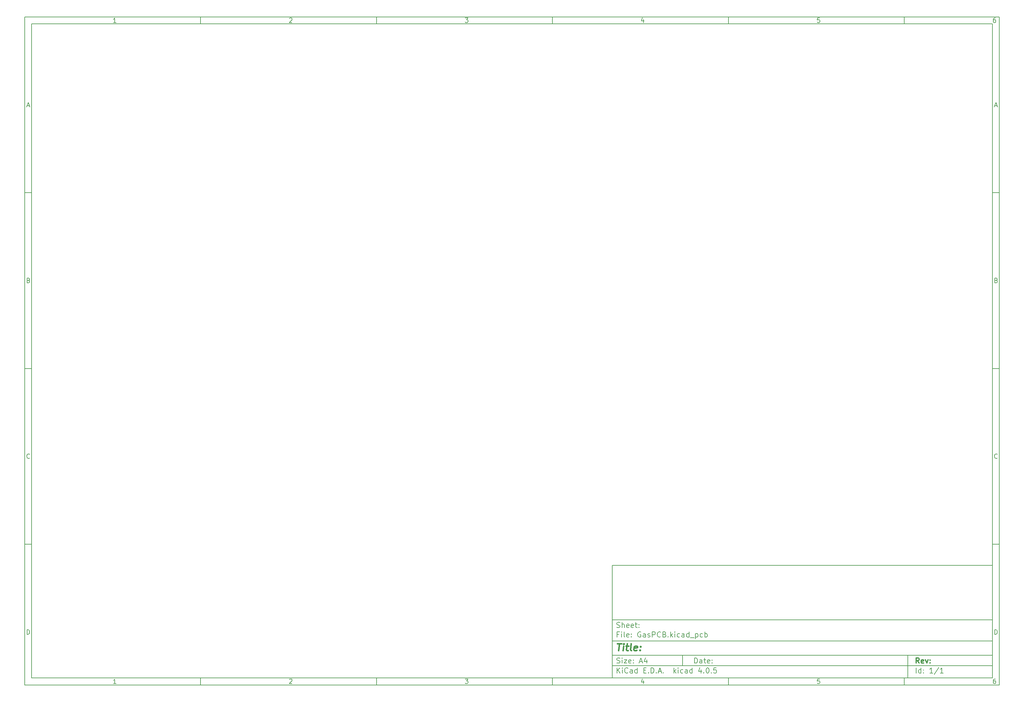
<source format=gbr>
G04 #@! TF.FileFunction,Legend,Bot*
%FSLAX46Y46*%
G04 Gerber Fmt 4.6, Leading zero omitted, Abs format (unit mm)*
G04 Created by KiCad (PCBNEW 4.0.5) date 02/28/17 22:53:05*
%MOMM*%
%LPD*%
G01*
G04 APERTURE LIST*
%ADD10C,0.100000*%
%ADD11C,0.150000*%
%ADD12C,0.300000*%
%ADD13C,0.400000*%
G04 APERTURE END LIST*
D10*
D11*
X177002200Y-166007200D02*
X177002200Y-198007200D01*
X285002200Y-198007200D01*
X285002200Y-166007200D01*
X177002200Y-166007200D01*
D10*
D11*
X10000000Y-10000000D02*
X10000000Y-200007200D01*
X287002200Y-200007200D01*
X287002200Y-10000000D01*
X10000000Y-10000000D01*
D10*
D11*
X12000000Y-12000000D02*
X12000000Y-198007200D01*
X285002200Y-198007200D01*
X285002200Y-12000000D01*
X12000000Y-12000000D01*
D10*
D11*
X60000000Y-12000000D02*
X60000000Y-10000000D01*
D10*
D11*
X110000000Y-12000000D02*
X110000000Y-10000000D01*
D10*
D11*
X160000000Y-12000000D02*
X160000000Y-10000000D01*
D10*
D11*
X210000000Y-12000000D02*
X210000000Y-10000000D01*
D10*
D11*
X260000000Y-12000000D02*
X260000000Y-10000000D01*
D10*
D11*
X35990476Y-11588095D02*
X35247619Y-11588095D01*
X35619048Y-11588095D02*
X35619048Y-10288095D01*
X35495238Y-10473810D01*
X35371429Y-10597619D01*
X35247619Y-10659524D01*
D10*
D11*
X85247619Y-10411905D02*
X85309524Y-10350000D01*
X85433333Y-10288095D01*
X85742857Y-10288095D01*
X85866667Y-10350000D01*
X85928571Y-10411905D01*
X85990476Y-10535714D01*
X85990476Y-10659524D01*
X85928571Y-10845238D01*
X85185714Y-11588095D01*
X85990476Y-11588095D01*
D10*
D11*
X135185714Y-10288095D02*
X135990476Y-10288095D01*
X135557143Y-10783333D01*
X135742857Y-10783333D01*
X135866667Y-10845238D01*
X135928571Y-10907143D01*
X135990476Y-11030952D01*
X135990476Y-11340476D01*
X135928571Y-11464286D01*
X135866667Y-11526190D01*
X135742857Y-11588095D01*
X135371429Y-11588095D01*
X135247619Y-11526190D01*
X135185714Y-11464286D01*
D10*
D11*
X185866667Y-10721429D02*
X185866667Y-11588095D01*
X185557143Y-10226190D02*
X185247619Y-11154762D01*
X186052381Y-11154762D01*
D10*
D11*
X235928571Y-10288095D02*
X235309524Y-10288095D01*
X235247619Y-10907143D01*
X235309524Y-10845238D01*
X235433333Y-10783333D01*
X235742857Y-10783333D01*
X235866667Y-10845238D01*
X235928571Y-10907143D01*
X235990476Y-11030952D01*
X235990476Y-11340476D01*
X235928571Y-11464286D01*
X235866667Y-11526190D01*
X235742857Y-11588095D01*
X235433333Y-11588095D01*
X235309524Y-11526190D01*
X235247619Y-11464286D01*
D10*
D11*
X285866667Y-10288095D02*
X285619048Y-10288095D01*
X285495238Y-10350000D01*
X285433333Y-10411905D01*
X285309524Y-10597619D01*
X285247619Y-10845238D01*
X285247619Y-11340476D01*
X285309524Y-11464286D01*
X285371429Y-11526190D01*
X285495238Y-11588095D01*
X285742857Y-11588095D01*
X285866667Y-11526190D01*
X285928571Y-11464286D01*
X285990476Y-11340476D01*
X285990476Y-11030952D01*
X285928571Y-10907143D01*
X285866667Y-10845238D01*
X285742857Y-10783333D01*
X285495238Y-10783333D01*
X285371429Y-10845238D01*
X285309524Y-10907143D01*
X285247619Y-11030952D01*
D10*
D11*
X60000000Y-198007200D02*
X60000000Y-200007200D01*
D10*
D11*
X110000000Y-198007200D02*
X110000000Y-200007200D01*
D10*
D11*
X160000000Y-198007200D02*
X160000000Y-200007200D01*
D10*
D11*
X210000000Y-198007200D02*
X210000000Y-200007200D01*
D10*
D11*
X260000000Y-198007200D02*
X260000000Y-200007200D01*
D10*
D11*
X35990476Y-199595295D02*
X35247619Y-199595295D01*
X35619048Y-199595295D02*
X35619048Y-198295295D01*
X35495238Y-198481010D01*
X35371429Y-198604819D01*
X35247619Y-198666724D01*
D10*
D11*
X85247619Y-198419105D02*
X85309524Y-198357200D01*
X85433333Y-198295295D01*
X85742857Y-198295295D01*
X85866667Y-198357200D01*
X85928571Y-198419105D01*
X85990476Y-198542914D01*
X85990476Y-198666724D01*
X85928571Y-198852438D01*
X85185714Y-199595295D01*
X85990476Y-199595295D01*
D10*
D11*
X135185714Y-198295295D02*
X135990476Y-198295295D01*
X135557143Y-198790533D01*
X135742857Y-198790533D01*
X135866667Y-198852438D01*
X135928571Y-198914343D01*
X135990476Y-199038152D01*
X135990476Y-199347676D01*
X135928571Y-199471486D01*
X135866667Y-199533390D01*
X135742857Y-199595295D01*
X135371429Y-199595295D01*
X135247619Y-199533390D01*
X135185714Y-199471486D01*
D10*
D11*
X185866667Y-198728629D02*
X185866667Y-199595295D01*
X185557143Y-198233390D02*
X185247619Y-199161962D01*
X186052381Y-199161962D01*
D10*
D11*
X235928571Y-198295295D02*
X235309524Y-198295295D01*
X235247619Y-198914343D01*
X235309524Y-198852438D01*
X235433333Y-198790533D01*
X235742857Y-198790533D01*
X235866667Y-198852438D01*
X235928571Y-198914343D01*
X235990476Y-199038152D01*
X235990476Y-199347676D01*
X235928571Y-199471486D01*
X235866667Y-199533390D01*
X235742857Y-199595295D01*
X235433333Y-199595295D01*
X235309524Y-199533390D01*
X235247619Y-199471486D01*
D10*
D11*
X285866667Y-198295295D02*
X285619048Y-198295295D01*
X285495238Y-198357200D01*
X285433333Y-198419105D01*
X285309524Y-198604819D01*
X285247619Y-198852438D01*
X285247619Y-199347676D01*
X285309524Y-199471486D01*
X285371429Y-199533390D01*
X285495238Y-199595295D01*
X285742857Y-199595295D01*
X285866667Y-199533390D01*
X285928571Y-199471486D01*
X285990476Y-199347676D01*
X285990476Y-199038152D01*
X285928571Y-198914343D01*
X285866667Y-198852438D01*
X285742857Y-198790533D01*
X285495238Y-198790533D01*
X285371429Y-198852438D01*
X285309524Y-198914343D01*
X285247619Y-199038152D01*
D10*
D11*
X10000000Y-60000000D02*
X12000000Y-60000000D01*
D10*
D11*
X10000000Y-110000000D02*
X12000000Y-110000000D01*
D10*
D11*
X10000000Y-160000000D02*
X12000000Y-160000000D01*
D10*
D11*
X10690476Y-35216667D02*
X11309524Y-35216667D01*
X10566667Y-35588095D02*
X11000000Y-34288095D01*
X11433333Y-35588095D01*
D10*
D11*
X11092857Y-84907143D02*
X11278571Y-84969048D01*
X11340476Y-85030952D01*
X11402381Y-85154762D01*
X11402381Y-85340476D01*
X11340476Y-85464286D01*
X11278571Y-85526190D01*
X11154762Y-85588095D01*
X10659524Y-85588095D01*
X10659524Y-84288095D01*
X11092857Y-84288095D01*
X11216667Y-84350000D01*
X11278571Y-84411905D01*
X11340476Y-84535714D01*
X11340476Y-84659524D01*
X11278571Y-84783333D01*
X11216667Y-84845238D01*
X11092857Y-84907143D01*
X10659524Y-84907143D01*
D10*
D11*
X11402381Y-135464286D02*
X11340476Y-135526190D01*
X11154762Y-135588095D01*
X11030952Y-135588095D01*
X10845238Y-135526190D01*
X10721429Y-135402381D01*
X10659524Y-135278571D01*
X10597619Y-135030952D01*
X10597619Y-134845238D01*
X10659524Y-134597619D01*
X10721429Y-134473810D01*
X10845238Y-134350000D01*
X11030952Y-134288095D01*
X11154762Y-134288095D01*
X11340476Y-134350000D01*
X11402381Y-134411905D01*
D10*
D11*
X10659524Y-185588095D02*
X10659524Y-184288095D01*
X10969048Y-184288095D01*
X11154762Y-184350000D01*
X11278571Y-184473810D01*
X11340476Y-184597619D01*
X11402381Y-184845238D01*
X11402381Y-185030952D01*
X11340476Y-185278571D01*
X11278571Y-185402381D01*
X11154762Y-185526190D01*
X10969048Y-185588095D01*
X10659524Y-185588095D01*
D10*
D11*
X287002200Y-60000000D02*
X285002200Y-60000000D01*
D10*
D11*
X287002200Y-110000000D02*
X285002200Y-110000000D01*
D10*
D11*
X287002200Y-160000000D02*
X285002200Y-160000000D01*
D10*
D11*
X285692676Y-35216667D02*
X286311724Y-35216667D01*
X285568867Y-35588095D02*
X286002200Y-34288095D01*
X286435533Y-35588095D01*
D10*
D11*
X286095057Y-84907143D02*
X286280771Y-84969048D01*
X286342676Y-85030952D01*
X286404581Y-85154762D01*
X286404581Y-85340476D01*
X286342676Y-85464286D01*
X286280771Y-85526190D01*
X286156962Y-85588095D01*
X285661724Y-85588095D01*
X285661724Y-84288095D01*
X286095057Y-84288095D01*
X286218867Y-84350000D01*
X286280771Y-84411905D01*
X286342676Y-84535714D01*
X286342676Y-84659524D01*
X286280771Y-84783333D01*
X286218867Y-84845238D01*
X286095057Y-84907143D01*
X285661724Y-84907143D01*
D10*
D11*
X286404581Y-135464286D02*
X286342676Y-135526190D01*
X286156962Y-135588095D01*
X286033152Y-135588095D01*
X285847438Y-135526190D01*
X285723629Y-135402381D01*
X285661724Y-135278571D01*
X285599819Y-135030952D01*
X285599819Y-134845238D01*
X285661724Y-134597619D01*
X285723629Y-134473810D01*
X285847438Y-134350000D01*
X286033152Y-134288095D01*
X286156962Y-134288095D01*
X286342676Y-134350000D01*
X286404581Y-134411905D01*
D10*
D11*
X285661724Y-185588095D02*
X285661724Y-184288095D01*
X285971248Y-184288095D01*
X286156962Y-184350000D01*
X286280771Y-184473810D01*
X286342676Y-184597619D01*
X286404581Y-184845238D01*
X286404581Y-185030952D01*
X286342676Y-185278571D01*
X286280771Y-185402381D01*
X286156962Y-185526190D01*
X285971248Y-185588095D01*
X285661724Y-185588095D01*
D10*
D11*
X200359343Y-193785771D02*
X200359343Y-192285771D01*
X200716486Y-192285771D01*
X200930771Y-192357200D01*
X201073629Y-192500057D01*
X201145057Y-192642914D01*
X201216486Y-192928629D01*
X201216486Y-193142914D01*
X201145057Y-193428629D01*
X201073629Y-193571486D01*
X200930771Y-193714343D01*
X200716486Y-193785771D01*
X200359343Y-193785771D01*
X202502200Y-193785771D02*
X202502200Y-193000057D01*
X202430771Y-192857200D01*
X202287914Y-192785771D01*
X202002200Y-192785771D01*
X201859343Y-192857200D01*
X202502200Y-193714343D02*
X202359343Y-193785771D01*
X202002200Y-193785771D01*
X201859343Y-193714343D01*
X201787914Y-193571486D01*
X201787914Y-193428629D01*
X201859343Y-193285771D01*
X202002200Y-193214343D01*
X202359343Y-193214343D01*
X202502200Y-193142914D01*
X203002200Y-192785771D02*
X203573629Y-192785771D01*
X203216486Y-192285771D02*
X203216486Y-193571486D01*
X203287914Y-193714343D01*
X203430772Y-193785771D01*
X203573629Y-193785771D01*
X204645057Y-193714343D02*
X204502200Y-193785771D01*
X204216486Y-193785771D01*
X204073629Y-193714343D01*
X204002200Y-193571486D01*
X204002200Y-193000057D01*
X204073629Y-192857200D01*
X204216486Y-192785771D01*
X204502200Y-192785771D01*
X204645057Y-192857200D01*
X204716486Y-193000057D01*
X204716486Y-193142914D01*
X204002200Y-193285771D01*
X205359343Y-193642914D02*
X205430771Y-193714343D01*
X205359343Y-193785771D01*
X205287914Y-193714343D01*
X205359343Y-193642914D01*
X205359343Y-193785771D01*
X205359343Y-192857200D02*
X205430771Y-192928629D01*
X205359343Y-193000057D01*
X205287914Y-192928629D01*
X205359343Y-192857200D01*
X205359343Y-193000057D01*
D10*
D11*
X177002200Y-194507200D02*
X285002200Y-194507200D01*
D10*
D11*
X178359343Y-196585771D02*
X178359343Y-195085771D01*
X179216486Y-196585771D02*
X178573629Y-195728629D01*
X179216486Y-195085771D02*
X178359343Y-195942914D01*
X179859343Y-196585771D02*
X179859343Y-195585771D01*
X179859343Y-195085771D02*
X179787914Y-195157200D01*
X179859343Y-195228629D01*
X179930771Y-195157200D01*
X179859343Y-195085771D01*
X179859343Y-195228629D01*
X181430772Y-196442914D02*
X181359343Y-196514343D01*
X181145057Y-196585771D01*
X181002200Y-196585771D01*
X180787915Y-196514343D01*
X180645057Y-196371486D01*
X180573629Y-196228629D01*
X180502200Y-195942914D01*
X180502200Y-195728629D01*
X180573629Y-195442914D01*
X180645057Y-195300057D01*
X180787915Y-195157200D01*
X181002200Y-195085771D01*
X181145057Y-195085771D01*
X181359343Y-195157200D01*
X181430772Y-195228629D01*
X182716486Y-196585771D02*
X182716486Y-195800057D01*
X182645057Y-195657200D01*
X182502200Y-195585771D01*
X182216486Y-195585771D01*
X182073629Y-195657200D01*
X182716486Y-196514343D02*
X182573629Y-196585771D01*
X182216486Y-196585771D01*
X182073629Y-196514343D01*
X182002200Y-196371486D01*
X182002200Y-196228629D01*
X182073629Y-196085771D01*
X182216486Y-196014343D01*
X182573629Y-196014343D01*
X182716486Y-195942914D01*
X184073629Y-196585771D02*
X184073629Y-195085771D01*
X184073629Y-196514343D02*
X183930772Y-196585771D01*
X183645058Y-196585771D01*
X183502200Y-196514343D01*
X183430772Y-196442914D01*
X183359343Y-196300057D01*
X183359343Y-195871486D01*
X183430772Y-195728629D01*
X183502200Y-195657200D01*
X183645058Y-195585771D01*
X183930772Y-195585771D01*
X184073629Y-195657200D01*
X185930772Y-195800057D02*
X186430772Y-195800057D01*
X186645058Y-196585771D02*
X185930772Y-196585771D01*
X185930772Y-195085771D01*
X186645058Y-195085771D01*
X187287915Y-196442914D02*
X187359343Y-196514343D01*
X187287915Y-196585771D01*
X187216486Y-196514343D01*
X187287915Y-196442914D01*
X187287915Y-196585771D01*
X188002201Y-196585771D02*
X188002201Y-195085771D01*
X188359344Y-195085771D01*
X188573629Y-195157200D01*
X188716487Y-195300057D01*
X188787915Y-195442914D01*
X188859344Y-195728629D01*
X188859344Y-195942914D01*
X188787915Y-196228629D01*
X188716487Y-196371486D01*
X188573629Y-196514343D01*
X188359344Y-196585771D01*
X188002201Y-196585771D01*
X189502201Y-196442914D02*
X189573629Y-196514343D01*
X189502201Y-196585771D01*
X189430772Y-196514343D01*
X189502201Y-196442914D01*
X189502201Y-196585771D01*
X190145058Y-196157200D02*
X190859344Y-196157200D01*
X190002201Y-196585771D02*
X190502201Y-195085771D01*
X191002201Y-196585771D01*
X191502201Y-196442914D02*
X191573629Y-196514343D01*
X191502201Y-196585771D01*
X191430772Y-196514343D01*
X191502201Y-196442914D01*
X191502201Y-196585771D01*
X194502201Y-196585771D02*
X194502201Y-195085771D01*
X194645058Y-196014343D02*
X195073629Y-196585771D01*
X195073629Y-195585771D02*
X194502201Y-196157200D01*
X195716487Y-196585771D02*
X195716487Y-195585771D01*
X195716487Y-195085771D02*
X195645058Y-195157200D01*
X195716487Y-195228629D01*
X195787915Y-195157200D01*
X195716487Y-195085771D01*
X195716487Y-195228629D01*
X197073630Y-196514343D02*
X196930773Y-196585771D01*
X196645059Y-196585771D01*
X196502201Y-196514343D01*
X196430773Y-196442914D01*
X196359344Y-196300057D01*
X196359344Y-195871486D01*
X196430773Y-195728629D01*
X196502201Y-195657200D01*
X196645059Y-195585771D01*
X196930773Y-195585771D01*
X197073630Y-195657200D01*
X198359344Y-196585771D02*
X198359344Y-195800057D01*
X198287915Y-195657200D01*
X198145058Y-195585771D01*
X197859344Y-195585771D01*
X197716487Y-195657200D01*
X198359344Y-196514343D02*
X198216487Y-196585771D01*
X197859344Y-196585771D01*
X197716487Y-196514343D01*
X197645058Y-196371486D01*
X197645058Y-196228629D01*
X197716487Y-196085771D01*
X197859344Y-196014343D01*
X198216487Y-196014343D01*
X198359344Y-195942914D01*
X199716487Y-196585771D02*
X199716487Y-195085771D01*
X199716487Y-196514343D02*
X199573630Y-196585771D01*
X199287916Y-196585771D01*
X199145058Y-196514343D01*
X199073630Y-196442914D01*
X199002201Y-196300057D01*
X199002201Y-195871486D01*
X199073630Y-195728629D01*
X199145058Y-195657200D01*
X199287916Y-195585771D01*
X199573630Y-195585771D01*
X199716487Y-195657200D01*
X202216487Y-195585771D02*
X202216487Y-196585771D01*
X201859344Y-195014343D02*
X201502201Y-196085771D01*
X202430773Y-196085771D01*
X203002201Y-196442914D02*
X203073629Y-196514343D01*
X203002201Y-196585771D01*
X202930772Y-196514343D01*
X203002201Y-196442914D01*
X203002201Y-196585771D01*
X204002201Y-195085771D02*
X204145058Y-195085771D01*
X204287915Y-195157200D01*
X204359344Y-195228629D01*
X204430773Y-195371486D01*
X204502201Y-195657200D01*
X204502201Y-196014343D01*
X204430773Y-196300057D01*
X204359344Y-196442914D01*
X204287915Y-196514343D01*
X204145058Y-196585771D01*
X204002201Y-196585771D01*
X203859344Y-196514343D01*
X203787915Y-196442914D01*
X203716487Y-196300057D01*
X203645058Y-196014343D01*
X203645058Y-195657200D01*
X203716487Y-195371486D01*
X203787915Y-195228629D01*
X203859344Y-195157200D01*
X204002201Y-195085771D01*
X205145058Y-196442914D02*
X205216486Y-196514343D01*
X205145058Y-196585771D01*
X205073629Y-196514343D01*
X205145058Y-196442914D01*
X205145058Y-196585771D01*
X206573630Y-195085771D02*
X205859344Y-195085771D01*
X205787915Y-195800057D01*
X205859344Y-195728629D01*
X206002201Y-195657200D01*
X206359344Y-195657200D01*
X206502201Y-195728629D01*
X206573630Y-195800057D01*
X206645058Y-195942914D01*
X206645058Y-196300057D01*
X206573630Y-196442914D01*
X206502201Y-196514343D01*
X206359344Y-196585771D01*
X206002201Y-196585771D01*
X205859344Y-196514343D01*
X205787915Y-196442914D01*
D10*
D11*
X177002200Y-191507200D02*
X285002200Y-191507200D01*
D10*
D12*
X264216486Y-193785771D02*
X263716486Y-193071486D01*
X263359343Y-193785771D02*
X263359343Y-192285771D01*
X263930771Y-192285771D01*
X264073629Y-192357200D01*
X264145057Y-192428629D01*
X264216486Y-192571486D01*
X264216486Y-192785771D01*
X264145057Y-192928629D01*
X264073629Y-193000057D01*
X263930771Y-193071486D01*
X263359343Y-193071486D01*
X265430771Y-193714343D02*
X265287914Y-193785771D01*
X265002200Y-193785771D01*
X264859343Y-193714343D01*
X264787914Y-193571486D01*
X264787914Y-193000057D01*
X264859343Y-192857200D01*
X265002200Y-192785771D01*
X265287914Y-192785771D01*
X265430771Y-192857200D01*
X265502200Y-193000057D01*
X265502200Y-193142914D01*
X264787914Y-193285771D01*
X266002200Y-192785771D02*
X266359343Y-193785771D01*
X266716485Y-192785771D01*
X267287914Y-193642914D02*
X267359342Y-193714343D01*
X267287914Y-193785771D01*
X267216485Y-193714343D01*
X267287914Y-193642914D01*
X267287914Y-193785771D01*
X267287914Y-192857200D02*
X267359342Y-192928629D01*
X267287914Y-193000057D01*
X267216485Y-192928629D01*
X267287914Y-192857200D01*
X267287914Y-193000057D01*
D10*
D11*
X178287914Y-193714343D02*
X178502200Y-193785771D01*
X178859343Y-193785771D01*
X179002200Y-193714343D01*
X179073629Y-193642914D01*
X179145057Y-193500057D01*
X179145057Y-193357200D01*
X179073629Y-193214343D01*
X179002200Y-193142914D01*
X178859343Y-193071486D01*
X178573629Y-193000057D01*
X178430771Y-192928629D01*
X178359343Y-192857200D01*
X178287914Y-192714343D01*
X178287914Y-192571486D01*
X178359343Y-192428629D01*
X178430771Y-192357200D01*
X178573629Y-192285771D01*
X178930771Y-192285771D01*
X179145057Y-192357200D01*
X179787914Y-193785771D02*
X179787914Y-192785771D01*
X179787914Y-192285771D02*
X179716485Y-192357200D01*
X179787914Y-192428629D01*
X179859342Y-192357200D01*
X179787914Y-192285771D01*
X179787914Y-192428629D01*
X180359343Y-192785771D02*
X181145057Y-192785771D01*
X180359343Y-193785771D01*
X181145057Y-193785771D01*
X182287914Y-193714343D02*
X182145057Y-193785771D01*
X181859343Y-193785771D01*
X181716486Y-193714343D01*
X181645057Y-193571486D01*
X181645057Y-193000057D01*
X181716486Y-192857200D01*
X181859343Y-192785771D01*
X182145057Y-192785771D01*
X182287914Y-192857200D01*
X182359343Y-193000057D01*
X182359343Y-193142914D01*
X181645057Y-193285771D01*
X183002200Y-193642914D02*
X183073628Y-193714343D01*
X183002200Y-193785771D01*
X182930771Y-193714343D01*
X183002200Y-193642914D01*
X183002200Y-193785771D01*
X183002200Y-192857200D02*
X183073628Y-192928629D01*
X183002200Y-193000057D01*
X182930771Y-192928629D01*
X183002200Y-192857200D01*
X183002200Y-193000057D01*
X184787914Y-193357200D02*
X185502200Y-193357200D01*
X184645057Y-193785771D02*
X185145057Y-192285771D01*
X185645057Y-193785771D01*
X186787914Y-192785771D02*
X186787914Y-193785771D01*
X186430771Y-192214343D02*
X186073628Y-193285771D01*
X187002200Y-193285771D01*
D10*
D11*
X263359343Y-196585771D02*
X263359343Y-195085771D01*
X264716486Y-196585771D02*
X264716486Y-195085771D01*
X264716486Y-196514343D02*
X264573629Y-196585771D01*
X264287915Y-196585771D01*
X264145057Y-196514343D01*
X264073629Y-196442914D01*
X264002200Y-196300057D01*
X264002200Y-195871486D01*
X264073629Y-195728629D01*
X264145057Y-195657200D01*
X264287915Y-195585771D01*
X264573629Y-195585771D01*
X264716486Y-195657200D01*
X265430772Y-196442914D02*
X265502200Y-196514343D01*
X265430772Y-196585771D01*
X265359343Y-196514343D01*
X265430772Y-196442914D01*
X265430772Y-196585771D01*
X265430772Y-195657200D02*
X265502200Y-195728629D01*
X265430772Y-195800057D01*
X265359343Y-195728629D01*
X265430772Y-195657200D01*
X265430772Y-195800057D01*
X268073629Y-196585771D02*
X267216486Y-196585771D01*
X267645058Y-196585771D02*
X267645058Y-195085771D01*
X267502201Y-195300057D01*
X267359343Y-195442914D01*
X267216486Y-195514343D01*
X269787914Y-195014343D02*
X268502200Y-196942914D01*
X271073629Y-196585771D02*
X270216486Y-196585771D01*
X270645058Y-196585771D02*
X270645058Y-195085771D01*
X270502201Y-195300057D01*
X270359343Y-195442914D01*
X270216486Y-195514343D01*
D10*
D11*
X177002200Y-187507200D02*
X285002200Y-187507200D01*
D10*
D13*
X178454581Y-188211962D02*
X179597438Y-188211962D01*
X178776010Y-190211962D02*
X179026010Y-188211962D01*
X180014105Y-190211962D02*
X180180771Y-188878629D01*
X180264105Y-188211962D02*
X180156962Y-188307200D01*
X180240295Y-188402438D01*
X180347439Y-188307200D01*
X180264105Y-188211962D01*
X180240295Y-188402438D01*
X180847438Y-188878629D02*
X181609343Y-188878629D01*
X181216486Y-188211962D02*
X181002200Y-189926248D01*
X181073630Y-190116724D01*
X181252201Y-190211962D01*
X181442677Y-190211962D01*
X182395058Y-190211962D02*
X182216487Y-190116724D01*
X182145057Y-189926248D01*
X182359343Y-188211962D01*
X183930772Y-190116724D02*
X183728391Y-190211962D01*
X183347439Y-190211962D01*
X183168867Y-190116724D01*
X183097438Y-189926248D01*
X183192676Y-189164343D01*
X183311724Y-188973867D01*
X183514105Y-188878629D01*
X183895057Y-188878629D01*
X184073629Y-188973867D01*
X184145057Y-189164343D01*
X184121248Y-189354819D01*
X183145057Y-189545295D01*
X184895057Y-190021486D02*
X184978392Y-190116724D01*
X184871248Y-190211962D01*
X184787915Y-190116724D01*
X184895057Y-190021486D01*
X184871248Y-190211962D01*
X185026010Y-188973867D02*
X185109344Y-189069105D01*
X185002200Y-189164343D01*
X184918867Y-189069105D01*
X185026010Y-188973867D01*
X185002200Y-189164343D01*
D10*
D11*
X178859343Y-185600057D02*
X178359343Y-185600057D01*
X178359343Y-186385771D02*
X178359343Y-184885771D01*
X179073629Y-184885771D01*
X179645057Y-186385771D02*
X179645057Y-185385771D01*
X179645057Y-184885771D02*
X179573628Y-184957200D01*
X179645057Y-185028629D01*
X179716485Y-184957200D01*
X179645057Y-184885771D01*
X179645057Y-185028629D01*
X180573629Y-186385771D02*
X180430771Y-186314343D01*
X180359343Y-186171486D01*
X180359343Y-184885771D01*
X181716485Y-186314343D02*
X181573628Y-186385771D01*
X181287914Y-186385771D01*
X181145057Y-186314343D01*
X181073628Y-186171486D01*
X181073628Y-185600057D01*
X181145057Y-185457200D01*
X181287914Y-185385771D01*
X181573628Y-185385771D01*
X181716485Y-185457200D01*
X181787914Y-185600057D01*
X181787914Y-185742914D01*
X181073628Y-185885771D01*
X182430771Y-186242914D02*
X182502199Y-186314343D01*
X182430771Y-186385771D01*
X182359342Y-186314343D01*
X182430771Y-186242914D01*
X182430771Y-186385771D01*
X182430771Y-185457200D02*
X182502199Y-185528629D01*
X182430771Y-185600057D01*
X182359342Y-185528629D01*
X182430771Y-185457200D01*
X182430771Y-185600057D01*
X185073628Y-184957200D02*
X184930771Y-184885771D01*
X184716485Y-184885771D01*
X184502200Y-184957200D01*
X184359342Y-185100057D01*
X184287914Y-185242914D01*
X184216485Y-185528629D01*
X184216485Y-185742914D01*
X184287914Y-186028629D01*
X184359342Y-186171486D01*
X184502200Y-186314343D01*
X184716485Y-186385771D01*
X184859342Y-186385771D01*
X185073628Y-186314343D01*
X185145057Y-186242914D01*
X185145057Y-185742914D01*
X184859342Y-185742914D01*
X186430771Y-186385771D02*
X186430771Y-185600057D01*
X186359342Y-185457200D01*
X186216485Y-185385771D01*
X185930771Y-185385771D01*
X185787914Y-185457200D01*
X186430771Y-186314343D02*
X186287914Y-186385771D01*
X185930771Y-186385771D01*
X185787914Y-186314343D01*
X185716485Y-186171486D01*
X185716485Y-186028629D01*
X185787914Y-185885771D01*
X185930771Y-185814343D01*
X186287914Y-185814343D01*
X186430771Y-185742914D01*
X187073628Y-186314343D02*
X187216485Y-186385771D01*
X187502200Y-186385771D01*
X187645057Y-186314343D01*
X187716485Y-186171486D01*
X187716485Y-186100057D01*
X187645057Y-185957200D01*
X187502200Y-185885771D01*
X187287914Y-185885771D01*
X187145057Y-185814343D01*
X187073628Y-185671486D01*
X187073628Y-185600057D01*
X187145057Y-185457200D01*
X187287914Y-185385771D01*
X187502200Y-185385771D01*
X187645057Y-185457200D01*
X188359343Y-186385771D02*
X188359343Y-184885771D01*
X188930771Y-184885771D01*
X189073629Y-184957200D01*
X189145057Y-185028629D01*
X189216486Y-185171486D01*
X189216486Y-185385771D01*
X189145057Y-185528629D01*
X189073629Y-185600057D01*
X188930771Y-185671486D01*
X188359343Y-185671486D01*
X190716486Y-186242914D02*
X190645057Y-186314343D01*
X190430771Y-186385771D01*
X190287914Y-186385771D01*
X190073629Y-186314343D01*
X189930771Y-186171486D01*
X189859343Y-186028629D01*
X189787914Y-185742914D01*
X189787914Y-185528629D01*
X189859343Y-185242914D01*
X189930771Y-185100057D01*
X190073629Y-184957200D01*
X190287914Y-184885771D01*
X190430771Y-184885771D01*
X190645057Y-184957200D01*
X190716486Y-185028629D01*
X191859343Y-185600057D02*
X192073629Y-185671486D01*
X192145057Y-185742914D01*
X192216486Y-185885771D01*
X192216486Y-186100057D01*
X192145057Y-186242914D01*
X192073629Y-186314343D01*
X191930771Y-186385771D01*
X191359343Y-186385771D01*
X191359343Y-184885771D01*
X191859343Y-184885771D01*
X192002200Y-184957200D01*
X192073629Y-185028629D01*
X192145057Y-185171486D01*
X192145057Y-185314343D01*
X192073629Y-185457200D01*
X192002200Y-185528629D01*
X191859343Y-185600057D01*
X191359343Y-185600057D01*
X192859343Y-186242914D02*
X192930771Y-186314343D01*
X192859343Y-186385771D01*
X192787914Y-186314343D01*
X192859343Y-186242914D01*
X192859343Y-186385771D01*
X193573629Y-186385771D02*
X193573629Y-184885771D01*
X193716486Y-185814343D02*
X194145057Y-186385771D01*
X194145057Y-185385771D02*
X193573629Y-185957200D01*
X194787915Y-186385771D02*
X194787915Y-185385771D01*
X194787915Y-184885771D02*
X194716486Y-184957200D01*
X194787915Y-185028629D01*
X194859343Y-184957200D01*
X194787915Y-184885771D01*
X194787915Y-185028629D01*
X196145058Y-186314343D02*
X196002201Y-186385771D01*
X195716487Y-186385771D01*
X195573629Y-186314343D01*
X195502201Y-186242914D01*
X195430772Y-186100057D01*
X195430772Y-185671486D01*
X195502201Y-185528629D01*
X195573629Y-185457200D01*
X195716487Y-185385771D01*
X196002201Y-185385771D01*
X196145058Y-185457200D01*
X197430772Y-186385771D02*
X197430772Y-185600057D01*
X197359343Y-185457200D01*
X197216486Y-185385771D01*
X196930772Y-185385771D01*
X196787915Y-185457200D01*
X197430772Y-186314343D02*
X197287915Y-186385771D01*
X196930772Y-186385771D01*
X196787915Y-186314343D01*
X196716486Y-186171486D01*
X196716486Y-186028629D01*
X196787915Y-185885771D01*
X196930772Y-185814343D01*
X197287915Y-185814343D01*
X197430772Y-185742914D01*
X198787915Y-186385771D02*
X198787915Y-184885771D01*
X198787915Y-186314343D02*
X198645058Y-186385771D01*
X198359344Y-186385771D01*
X198216486Y-186314343D01*
X198145058Y-186242914D01*
X198073629Y-186100057D01*
X198073629Y-185671486D01*
X198145058Y-185528629D01*
X198216486Y-185457200D01*
X198359344Y-185385771D01*
X198645058Y-185385771D01*
X198787915Y-185457200D01*
X199145058Y-186528629D02*
X200287915Y-186528629D01*
X200645058Y-185385771D02*
X200645058Y-186885771D01*
X200645058Y-185457200D02*
X200787915Y-185385771D01*
X201073629Y-185385771D01*
X201216486Y-185457200D01*
X201287915Y-185528629D01*
X201359344Y-185671486D01*
X201359344Y-186100057D01*
X201287915Y-186242914D01*
X201216486Y-186314343D01*
X201073629Y-186385771D01*
X200787915Y-186385771D01*
X200645058Y-186314343D01*
X202645058Y-186314343D02*
X202502201Y-186385771D01*
X202216487Y-186385771D01*
X202073629Y-186314343D01*
X202002201Y-186242914D01*
X201930772Y-186100057D01*
X201930772Y-185671486D01*
X202002201Y-185528629D01*
X202073629Y-185457200D01*
X202216487Y-185385771D01*
X202502201Y-185385771D01*
X202645058Y-185457200D01*
X203287915Y-186385771D02*
X203287915Y-184885771D01*
X203287915Y-185457200D02*
X203430772Y-185385771D01*
X203716486Y-185385771D01*
X203859343Y-185457200D01*
X203930772Y-185528629D01*
X204002201Y-185671486D01*
X204002201Y-186100057D01*
X203930772Y-186242914D01*
X203859343Y-186314343D01*
X203716486Y-186385771D01*
X203430772Y-186385771D01*
X203287915Y-186314343D01*
D10*
D11*
X177002200Y-181507200D02*
X285002200Y-181507200D01*
D10*
D11*
X178287914Y-183614343D02*
X178502200Y-183685771D01*
X178859343Y-183685771D01*
X179002200Y-183614343D01*
X179073629Y-183542914D01*
X179145057Y-183400057D01*
X179145057Y-183257200D01*
X179073629Y-183114343D01*
X179002200Y-183042914D01*
X178859343Y-182971486D01*
X178573629Y-182900057D01*
X178430771Y-182828629D01*
X178359343Y-182757200D01*
X178287914Y-182614343D01*
X178287914Y-182471486D01*
X178359343Y-182328629D01*
X178430771Y-182257200D01*
X178573629Y-182185771D01*
X178930771Y-182185771D01*
X179145057Y-182257200D01*
X179787914Y-183685771D02*
X179787914Y-182185771D01*
X180430771Y-183685771D02*
X180430771Y-182900057D01*
X180359342Y-182757200D01*
X180216485Y-182685771D01*
X180002200Y-182685771D01*
X179859342Y-182757200D01*
X179787914Y-182828629D01*
X181716485Y-183614343D02*
X181573628Y-183685771D01*
X181287914Y-183685771D01*
X181145057Y-183614343D01*
X181073628Y-183471486D01*
X181073628Y-182900057D01*
X181145057Y-182757200D01*
X181287914Y-182685771D01*
X181573628Y-182685771D01*
X181716485Y-182757200D01*
X181787914Y-182900057D01*
X181787914Y-183042914D01*
X181073628Y-183185771D01*
X183002199Y-183614343D02*
X182859342Y-183685771D01*
X182573628Y-183685771D01*
X182430771Y-183614343D01*
X182359342Y-183471486D01*
X182359342Y-182900057D01*
X182430771Y-182757200D01*
X182573628Y-182685771D01*
X182859342Y-182685771D01*
X183002199Y-182757200D01*
X183073628Y-182900057D01*
X183073628Y-183042914D01*
X182359342Y-183185771D01*
X183502199Y-182685771D02*
X184073628Y-182685771D01*
X183716485Y-182185771D02*
X183716485Y-183471486D01*
X183787913Y-183614343D01*
X183930771Y-183685771D01*
X184073628Y-183685771D01*
X184573628Y-183542914D02*
X184645056Y-183614343D01*
X184573628Y-183685771D01*
X184502199Y-183614343D01*
X184573628Y-183542914D01*
X184573628Y-183685771D01*
X184573628Y-182757200D02*
X184645056Y-182828629D01*
X184573628Y-182900057D01*
X184502199Y-182828629D01*
X184573628Y-182757200D01*
X184573628Y-182900057D01*
D10*
D11*
X197002200Y-191507200D02*
X197002200Y-194507200D01*
D10*
D11*
X261002200Y-191507200D02*
X261002200Y-198007200D01*
M02*

</source>
